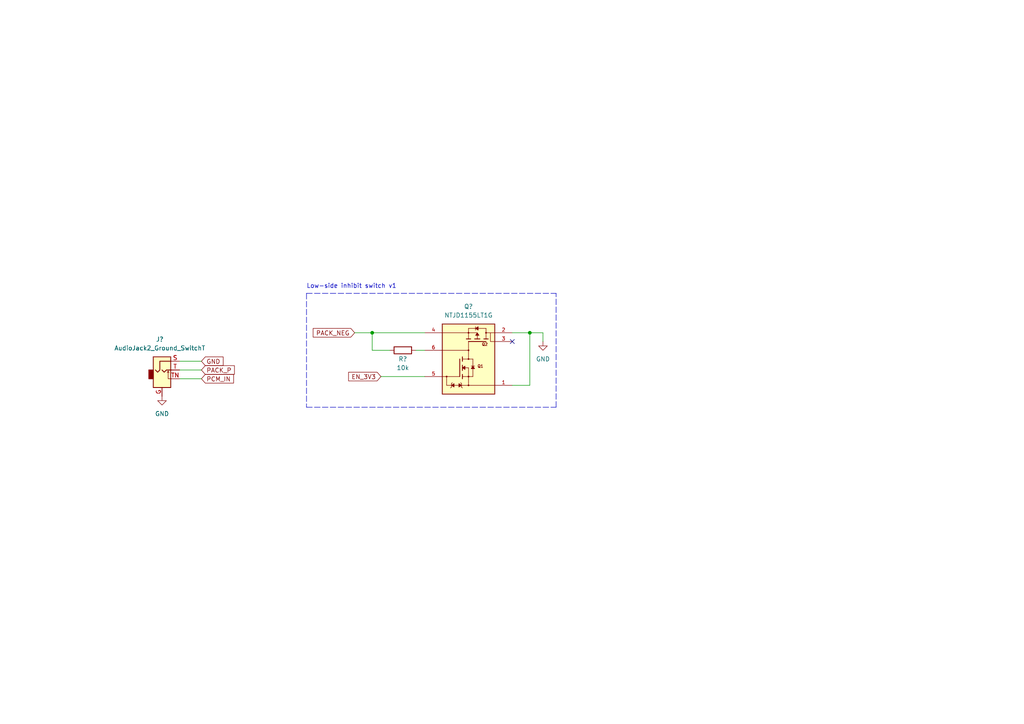
<source format=kicad_sch>
(kicad_sch (version 20211123) (generator eeschema)
  (paper "A4")
  (lib_symbols
    (symbol "Connector:AudioJack2_Ground_SwitchT"
      (property "Reference" "J" (at 0 8.89 0))
      (property "Value" "AudioJack2_Ground_SwitchT" (at 0 6.35 0))
      (symbol "AudioJack2_Ground_SwitchT_0_1"
        (rectangle (start -2.54 0) (end -3.81 -2.54) (stroke (width 0.254)) (fill (type outline)))
        (polyline (pts (xy 1.778 -0.254) (xy 2.032 -0.762)))
        (polyline (pts (xy 0 0) (xy 0.635 -0.635) (xy 1.27 0) (xy 2.54 0)) (stroke (width 0.254)))
        (polyline (pts (xy 2.54 -2.54) (xy 1.778 -2.54) (xy 1.778 -0.254) (xy 1.524 -0.762)))
        (polyline (pts (xy 2.54 2.54) (xy -0.635 2.54) (xy -0.635 0) (xy -1.27 -0.635) (xy -1.905 0)) (stroke (width 0.254)))
        (rectangle (start 2.54 3.81) (end -2.54 -5.08) (stroke (width 0.254)) (fill (type background)))
      )
      (symbol "AudioJack2_Ground_SwitchT_1_1"
        (pin passive line (at 0 -7.62 90) (length 2.54) (name "~") (number "G"))
        (pin passive line (at 5.08 2.54 180) (length 2.54) (name "~") (number "S"))
        (pin passive line (at 5.08 0 180) (length 2.54) (name "~") (number "T"))
        (pin passive line (at 5.08 -2.54 180) (length 2.54) (name "~") (number "TN"))
      )
    )
    (symbol "Device:R" (pin_numbers hide) (pin_names (offset 0))
      (property "Reference" "R" (at 2.032 0 90))
      (property "Value" "R" (at 0 0 90))
      (symbol "R_0_1"
        (rectangle (start -1.016 -2.54) (end 1.016 2.54) (stroke (width 0.254)))
      )
      (symbol "R_1_1"
        (pin passive line (at 0 3.81 270) (length 1.27) (name "~") (number "1"))
        (pin passive line (at 0 -3.81 90) (length 1.27) (name "~") (number "2"))
      )
    )
    (symbol "NTJD1155LT1G:NTJD1155LT1G" (pin_names (offset 1.016))
      (property "Reference" "Q?" (at 0 15.24 0))
      (property "Value" "NTJD1155LT1G" (at 0 12.7 0))
      (symbol "NTJD1155LT1G_0_0"
        (rectangle (start -7.62 -10.16) (end 7.62 10.16) (stroke (width 0.254)) (fill (type background)))
        (circle (center -6.35 -5.08) (radius 0.127) (stroke (width 0.254)))
        (circle (center 0 -7.62) (radius 0.127) (stroke (width 0.254)))
        (circle (center 0 -5.08) (radius 0.127) (stroke (width 0.254)))
        (polyline (pts (xy -6.35 -7.62) (xy -6.35 -5.08)) (stroke (width 0.1524)))
        (polyline (pts (xy -6.35 -7.62) (xy -4.953 -7.62)) (stroke (width 0.1524)))
        (polyline (pts (xy -4.953 -8.128) (xy -5.207 -8.382)) (stroke (width 0.1524)))
        (polyline (pts (xy -4.953 -7.62) (xy -4.953 -8.128)) (stroke (width 0.1524)))
        (polyline (pts (xy -4.953 -7.62) (xy -1.905 -7.62)) (stroke (width 0.1524)))
        (polyline (pts (xy -4.953 -7.112) (xy -4.953 -7.62)) (stroke (width 0.1524)))
        (polyline (pts (xy -4.699 -6.858) (xy -4.953 -7.112)) (stroke (width 0.1524)))
        (polyline (pts (xy -2.54 -5.08) (xy -7.62 -5.08)) (stroke (width 0.1524)))
        (polyline (pts (xy -2.54 0) (xy -2.54 -5.08)) (stroke (width 0.254)))
        (polyline (pts (xy -2.032 -8.128) (xy -2.032 -7.62)) (stroke (width 0.1524)))
        (polyline (pts (xy -2.032 -7.62) (xy -2.032 -7.112)) (stroke (width 0.1524)))
        (polyline (pts (xy -2.032 -7.112) (xy -2.286 -6.858)) (stroke (width 0.1524)))
        (polyline (pts (xy -1.778 -8.382) (xy -2.032 -8.128)) (stroke (width 0.1524)))
        (polyline (pts (xy -1.778 -5.08) (xy -1.778 -5.715)) (stroke (width 0.254)))
        (polyline (pts (xy -1.778 -4.445) (xy -1.778 -5.08)) (stroke (width 0.254)))
        (polyline (pts (xy -1.778 -2.54) (xy -1.778 -3.302)) (stroke (width 0.254)))
        (polyline (pts (xy -1.778 -2.54) (xy 0 -2.54)) (stroke (width 0.1524)))
        (polyline (pts (xy -1.778 -1.778) (xy -1.778 -2.54)) (stroke (width 0.254)))
        (polyline (pts (xy -1.778 0) (xy -1.778 -0.635)) (stroke (width 0.254)))
        (polyline (pts (xy -1.778 0) (xy 1.27 0)) (stroke (width 0.1524)))
        (polyline (pts (xy -1.778 0.635) (xy -1.778 0)) (stroke (width 0.254)))
        (polyline (pts (xy -0.635 5.842) (xy 0 5.842)) (stroke (width 0.254)))
        (polyline (pts (xy 0 -7.62) (xy -2.032 -7.62)) (stroke (width 0.1524)))
        (polyline (pts (xy 0 -7.62) (xy 0 -5.08)) (stroke (width 0.1524)))
        (polyline (pts (xy 0 -5.08) (xy -1.778 -5.08)) (stroke (width 0.1524)))
        (polyline (pts (xy 0 -5.08) (xy 1.27 -5.08)) (stroke (width 0.1524)))
        (polyline (pts (xy 0 -2.54) (xy 0 -5.08)) (stroke (width 0.1524)))
        (polyline (pts (xy 0 0) (xy 0 2.54)) (stroke (width 0.1524)))
        (polyline (pts (xy 0 2.54) (xy -7.62 2.54)) (stroke (width 0.1524)))
        (polyline (pts (xy 0 2.54) (xy 0 5.08)) (stroke (width 0.1524)))
        (polyline (pts (xy 0 5.08) (xy 5.08 5.08)) (stroke (width 0.254)))
        (polyline (pts (xy 0 5.842) (xy 0 7.62)) (stroke (width 0.1524)))
        (polyline (pts (xy 0 5.842) (xy 0.635 5.842)) (stroke (width 0.254)))
        (polyline (pts (xy 0 7.62) (xy -7.62 7.62)) (stroke (width 0.1524)))
        (polyline (pts (xy 0 7.62) (xy 0 8.89)) (stroke (width 0.1524)))
        (polyline (pts (xy 0 8.89) (xy 2.032 8.89)) (stroke (width 0.1524)))
        (polyline (pts (xy 1.27 -2.032) (xy 0.762 -2.032)) (stroke (width 0.1524)))
        (polyline (pts (xy 1.27 -2.032) (xy 1.27 -5.08)) (stroke (width 0.1524)))
        (polyline (pts (xy 1.27 0) (xy 1.27 -2.032)) (stroke (width 0.1524)))
        (polyline (pts (xy 1.778 -2.032) (xy 1.27 -2.032)) (stroke (width 0.1524)))
        (polyline (pts (xy 1.778 5.842) (xy 2.54 5.842)) (stroke (width 0.254)))
        (polyline (pts (xy 2.032 8.89) (xy 2.032 8.382)) (stroke (width 0.1524)))
        (polyline (pts (xy 2.032 8.89) (xy 5.08 8.89)) (stroke (width 0.1524)))
        (polyline (pts (xy 2.032 9.398) (xy 2.032 8.89)) (stroke (width 0.1524)))
        (polyline (pts (xy 2.54 5.842) (xy 2.54 7.62)) (stroke (width 0.1524)))
        (polyline (pts (xy 2.54 5.842) (xy 3.302 5.842)) (stroke (width 0.254)))
        (polyline (pts (xy 2.54 7.62) (xy 0 7.62)) (stroke (width 0.1524)))
        (polyline (pts (xy 4.445 5.842) (xy 5.08 5.842)) (stroke (width 0.254)))
        (polyline (pts (xy 5.08 5.842) (xy 5.715 5.842)) (stroke (width 0.254)))
        (polyline (pts (xy 5.08 7.62) (xy 5.08 5.842)) (stroke (width 0.1524)))
        (polyline (pts (xy 5.08 7.62) (xy 5.08 8.89)) (stroke (width 0.1524)))
        (polyline (pts (xy 7.62 -7.62) (xy 0 -7.62)) (stroke (width 0.1524)))
        (polyline (pts (xy 7.62 7.62) (xy 5.08 7.62)) (stroke (width 0.1524)))
        (polyline (pts (xy -4.953 -7.62) (xy -4.191 -8.128) (xy -4.191 -7.112) (xy -4.953 -7.62)) (stroke (width 0.1524)) (fill (type outline)))
        (polyline (pts (xy -2.032 -7.62) (xy -2.794 -7.112) (xy -2.794 -8.128) (xy -2.032 -7.62)) (stroke (width 0.1524)) (fill (type outline)))
        (polyline (pts (xy -1.778 -2.54) (xy -1.016 -3.048) (xy -1.016 -2.032) (xy -1.778 -2.54)) (stroke (width 0.1524)) (fill (type outline)))
        (polyline (pts (xy 1.27 -2.032) (xy 0.762 -2.794) (xy 1.778 -2.794) (xy 1.27 -2.032)) (stroke (width 0.1524)) (fill (type outline)))
        (polyline (pts (xy 2.032 8.89) (xy 2.794 8.382) (xy 2.794 9.398) (xy 2.032 8.89)) (stroke (width 0.1524)) (fill (type outline)))
        (polyline (pts (xy 2.54 7.62) (xy 2.032 6.858) (xy 3.048 6.858) (xy 2.54 7.62)) (stroke (width 0.1524)) (fill (type outline)))
        (circle (center 0 0) (radius 0.127) (stroke (width 0.254)))
        (circle (center 0 2.54) (radius 0.127) (stroke (width 0.254)))
        (circle (center 0 7.62) (radius 0.127) (stroke (width 0.254)))
        (circle (center 5.08 7.62) (radius 0.127) (stroke (width 0.254)))
        (text "Q1" (at 2.54 -2.54 0) (effects (font (size 0.8128 0.8128)) (justify left bottom)))
        (text "Q2" (at 3.81 3.81 0) (effects (font (size 0.8128 0.8128)) (justify left bottom)))
        (pin passive line (at 12.7 -7.62 180) (length 5.08) (name "~") (number "1"))
        (pin passive line (at 12.7 7.62 180) (length 5.08) (name "~") (number "2"))
        (pin passive line (at 12.7 5.08 180) (length 5.08) (name "~") (number "3"))
        (pin passive line (at -12.7 7.62 0) (length 5.08) (name "~") (number "4"))
        (pin passive line (at -12.7 -5.08 0) (length 5.08) (name "~") (number "5"))
        (pin passive line (at -12.7 2.54 0) (length 5.08) (name "~") (number "6"))
      )
      (symbol "NTJD1155LT1G_0_1"
        (polyline (pts (xy 6.35 7.62) (xy 6.35 5.08) (xy 7.62 5.08)))
      )
    )
    (symbol "power:GND" (power) (pin_names (offset 0))
      (property "Value" "GND" (at 0 -3.81 0))
      (symbol "GND_0_1"
        (polyline (pts (xy 0 0) (xy 0 -1.27) (xy 1.27 -1.27) (xy 0 -2.54) (xy -1.27 -1.27) (xy 0 -1.27)))
      )
      (symbol "GND_1_1"
        (pin power_in line (at 0 0 270) (length 0) hide (name "GND") (number "1"))
      )
    )
  )
  (junction (at 107.95 96.52))
  (junction (at 153.67 96.52))
  (no_connect (at 148.59 99.06))
  (wire (pts (xy 153.67 96.52) (xy 157.48 96.52)))
  (polyline (pts (xy 161.29 118.11) (xy 161.29 85.09)))
  (wire (pts (xy 148.59 96.52) (xy 153.67 96.52)))
  (wire (pts (xy 52.07 104.775) (xy 58.42 104.775)))
  (wire (pts (xy 107.95 101.6) (xy 113.03 101.6)))
  (wire (pts (xy 153.67 111.76) (xy 153.67 96.52)))
  (polyline (pts (xy 88.9 118.11) (xy 161.29 118.11)))
  (wire (pts (xy 110.49 109.22) (xy 123.19 109.22)))
  (wire (pts (xy 52.07 109.855) (xy 58.42 109.855)))
  (wire (pts (xy 148.59 111.76) (xy 153.67 111.76)))
  (polyline (pts (xy 88.9 85.09) (xy 161.29 85.09)))
  (wire (pts (xy 157.48 96.52) (xy 157.48 99.06)))
  (wire (pts (xy 120.65 101.6) (xy 123.19 101.6)))
  (polyline (pts (xy 88.9 85.09) (xy 88.9 118.11)))
  (wire (pts (xy 102.87 96.52) (xy 107.95 96.52)))
  (wire (pts (xy 52.07 107.315) (xy 58.42 107.315)))
  (wire (pts (xy 107.95 96.52) (xy 107.95 101.6)))
  (wire (pts (xy 107.95 96.52) (xy 123.19 96.52)))
  (text "Low-side inhibit switch v1\n" (at 88.9 83.82 0) (effects (font (size 1.27 1.27)) (justify left bottom)))
  (global_label "PACK_NEG" (shape input) (at 102.87 96.52 180) (property "Intersheet References" "${INTERSHEET_REFS}" (effects hide)))
  (global_label "GND" (shape input) (at 58.42 104.775 0) (property "Intersheet References" "${INTERSHEET_REFS}" (effects hide)))
  (global_label "PACK_P" (shape input) (at 58.42 107.315 0) (property "Intersheet References" "${INTERSHEET_REFS}" (effects hide)))
  (global_label "PCM_IN" (shape input) (at 58.42 109.855 0) (property "Intersheet References" "${INTERSHEET_REFS}" (effects hide)))
  (global_label "EN_3V3" (shape input) (at 110.49 109.22 180) (property "Intersheet References" "${INTERSHEET_REFS}" (effects hide)))
  (symbol (lib_id "Connector:AudioJack2_Ground_SwitchT") (at 46.99 107.315 0) (unit 1)
    (property "Reference" "J?" (at 46.355 98.425 0))
    (property "Value" "AudioJack2_Ground_SwitchT" (at 46.355 100.965 0))
  )
  (symbol (lib_id "power:GND") (at 157.48 99.06 0) (unit 1)
    (property "Reference" "#PWR?" (effects hide))
    (property "Value" "GND" (at 157.48 104.14 0))
  )
  (symbol (lib_id "NTJD1155LT1G:NTJD1155LT1G") (at 135.89 104.14 0) (unit 1)
    (property "Reference" "Q?" (at 135.89 88.9 0))
    (property "Value" "NTJD1155LT1G" (at 135.89 91.44 0))
    (property "Footprint" "TRANS_NTJD1155LT1G" (effects hide))
    (property "PARTREV" "Rev. 6" (effects hide))
    (property "STANDARD" "Manufacturer recommendations" (effects hide))
    (property "MAXIMUM_PACKAGE_HEIGHT" "1.1mm" (effects hide))
    (property "MANUFACTURER" "ON Semiconductor" (effects hide))
  )
  (symbol (lib_id "Device:R") (at 116.84 101.6 90) (unit 1)
    (property "Reference" "R?" (at 116.84 104.14 90))
    (property "Value" "10k" (at 116.84 106.68 90))
  )
  (symbol (lib_id "power:GND") (at 46.99 114.935 0) (unit 1)
    (property "Reference" "#PWR?" (effects hide))
    (property "Value" "GND" (at 46.99 120.015 0))
  )
)
</source>
